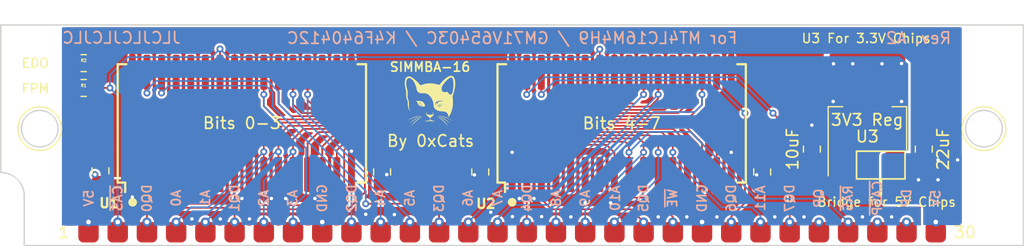
<source format=kicad_pcb>
(kicad_pcb (version 20211014) (generator pcbnew)
  (title_block (title "SIMMBA-16 (16MB EDO/FPM RAM)") (date "2022-04-19") (rev "1A") (company "0xCats"))
  (layers (0 "F.Cu" signal "Front") (31 "B.Cu" signal "Back") (34 "B.Paste" user) (35 "F.Paste" user) (36 "B.SilkS" user "B.Silkscreen") (37 "F.SilkS" user "F.Silkscreen") (38 "B.Mask" user) (39 "F.Mask" user) (44 "Edge.Cuts" user))
  (net 0 "")
  (net 1 "+5V")
  (net 2 "/DQ4")
  (net 3 "/DQ5")
  (net 8 "/~{CAS}")
  (net 10 "/~{RAS}")
  (net 14 "/DQ6")
  (net 15 "/DQ7")
  (net 16 "/DQ0")
  (net 17 "/DQ1")
  (net 26 "/DQ2")
  (net 27 "/DQ3")
  (net 28 "GND")
  (net 32 "VDD")
  (net 33 "/~{WE}")
  (net 34 "/~{OE}")
  (net 35 "/2A5")
  (net 36 "/2A4")
  (net 37 "/2A3")
  (net 38 "/2A6")
  (net 39 "/2A8")
  (net 40 "/2A9")
  (net 41 "/2A11")
  (net 42 "/2A10")
  (net 43 "/2A7")
  (net 44 "/2A0")
  (net 45 "/2A1")
  (net 46 "/2A2")
  (footprint "dram:SOJ-32_400mil" (layer "F.Cu") (at 81.079064 65.4278 90)
    (fp_text reference "U1")
    (fp_text value "MT4LC16M4H9")
  )
  (footprint "Resistor_SMD:R_0805_2012Metric_Pad1.20x1.40mm_HandSolder" (layer "F.Cu") (at 67.328264 60.186)
    (fp_text reference "R2")
    (fp_text value "EDO")
  )
  (footprint "edge connectors:SIMM_30_A2" (layer "F.Cu") (at 103.3056 74.267)
    (fp_text reference "J1" hide)
    (fp_text value "SIMM-30")
    (fp_line (start -41.148 -2.54) (end -41.148 1.778) (layer "Edge.Cuts") (width 0.12))
    (fp_line (start -43.18 -4.572) (end -43.18 -17.399) (layer "Edge.Cuts") (width 0.12))
    (fp_line (start -43.18 -17.399) (end 45.72 -17.399) (layer "Edge.Cuts") (width 0.12))
    (fp_line (start 45.72 1.778) (end 45.72 -17.399) (layer "Edge.Cuts") (width 0.12))
    (fp_line (start -41.148 1.778) (end 45.72 1.778) (layer "Edge.Cuts") (width 0.12))
    (fp_arc (start -43.18 -4.572) (mid -41.743159 -3.976841) (end -41.148 -2.54) (layer "Edge.Cuts") (width 0.12))
    (fp_circle (center 42.291 -8.382) (end 43.881 -8.382) (layer "Edge.Cuts") (width 0.12) (fill none))
    (fp_circle (center -39.8 -8.382) (end -38.21 -8.382) (layer "Edge.Cuts") (width 0.12) (fill none))
  )
  (footprint "Capacitor_SMD:C_0805_2012Metric_Pad1.18x1.45mm_HandSolder" (layer "F.Cu") (at 126.316464 69.6442 90)
    (fp_text reference "C4" hide)
    (fp_text value "220nF" hide)
  )
  (footprint "Capacitor_SMD:C_0805_2012Metric_Pad1.18x1.45mm_HandSolder" (layer "F.Cu") (at 68.785464 69.5487 90)
    (fp_text reference "C1" hide)
    (fp_text value "220nF" hide)
  )
  (footprint "graphics:cat face" (layer "F.Cu") (at 97.430892 63.773383)
    (fp_text reference "G***" hide)
    (fp_text value "LOGO" hide)
  )
  (footprint "Capacitor_SMD:C_0805_2012Metric_Pad1.18x1.45mm_HandSolder" (layer "F.Cu") (at 101.805064 69.6516 90)
    (fp_text reference "C3" hide)
    (fp_text value "220nF" hide)
  )
  (footprint "Resistor_SMD:R_0805_2012Metric_Pad1.20x1.40mm_HandSolder" (layer "F.Cu") (at 67.328264 62.345 180)
    (fp_text reference "R1")
    (fp_text value "FPM")
  )
  (footprint "Capacitor_SMD:C_0805_2012Metric_Pad1.18x1.45mm_HandSolder" (layer "F.Cu") (at 93.271064 69.6477 90)
    (fp_text reference "C2" hide)
    (fp_text value "220nF" hide)
  )
  (footprint "dram:SOJ-32_400mil" (layer "F.Cu") (at 114.099064 65.4278 90)
    (fp_text reference "U2")
    (fp_text value "MT4LC16M4H9")
  )
  (footprint "Capacitor_SMD:C_0805_2012Metric_Pad1.18x1.45mm_HandSolder" (layer "F.Cu") (at 140.362664 67.663 90)
    (fp_text reference "C5" hide)
    (fp_text value "22uF")
  )
  (footprint "Capacitor_SMD:C_0805_2012Metric_Pad1.18x1.45mm_HandSolder" (layer "F.Cu") (at 130.634464 67.663 -90)
    (fp_text reference "C6" hide)
    (fp_text value "10uF")
  )
  (footprint "Package_TO_SOT_SMD:SOT-223-3_TabPin2" (layer "F.Cu") (at 135.460464 65.885 90)
    (fp_text reference "U3")
    (fp_text value "AMS1117-3.3")
  )
  (gr_line (start 136.625064 70.358) (end 136.625064 71.628) (layer "F.SilkS") (width 0.254))
  (gr_circle (center 104.574064 72.2858) (end 104.874064 72.2858) (layer "F.SilkS") (width 0.1524) (fill solid))
  (gr_circle (center 71.579464 72.2858) (end 71.879464 72.2858) (layer "F.SilkS") (width 0.1524) (fill solid))
  (gr_rect (start 134.516864 67.8434) (end 138.733264 70.2564) (layer "F.SilkS") (width 0.15) (fill none))
  (gr_text "~{RAS}" (at 133.780264 71.9328 90) (layer "B.SilkS") (effects (font (size 0.8 0.8)) (justify mirror)))
  (gr_text "~{WE}" (at 118.514864 71.9328 90) (layer "B.SilkS") (effects (font (size 0.8 0.8)) (justify mirror)))
  (gr_text "JLCJLCJLCJLC" (at 70.614264 57.9856) (layer "B.SilkS") (effects (font (size 1 1)) (justify mirror)))
  (gr_text "DQ4" (at 105.865664 71.932799 90) (layer "B.SilkS") (effects (font (size 0.8 0.8)) (justify mirror)))
  (gr_text "DQ2" (at 90.625664 71.932799 90) (layer "B.SilkS") (effects (font (size 0.8 0.8)) (justify mirror)))
  (gr_text "For MT4LC16M4H9 / GM71V65403C / K4F640412C" (at 104.5756 58.011) (layer "B.SilkS") (effects (font (size 1 1)) (justify mirror)))
  (gr_text "A0" (at 75.360264 71.9328 90) (layer "B.SilkS") (effects (font (size 0.8 0.8)) (justify mirror)))
  (gr_text "DQ0" (at 72.820264 71.932799 90) (layer "B.SilkS") (effects (font (size 0.8 0.8)) (justify mirror)))
  (gr_text "DQ3" (at 98.220264 71.932799 90) (layer "B.SilkS") (effects (font (size 0.8 0.8)) (justify mirror)))
  (gr_text "GND" (at 88.060264 71.9328 90) (layer "B.SilkS") (effects (font (size 0.8 0.8)) (justify mirror)))
  (gr_text "5V" (at 141.400264 71.9328 90) (layer "B.SilkS") (effects (font (size 0.8 0.8)) (justify mirror)))
  (gr_text "A7" (at 103.325664 71.9328 90) (layer "B.SilkS") (effects (font (size 0.8 0.8)) (justify mirror)))
  (gr_text "A2" (at 82.980264 71.9328 90) (layer "B.SilkS") (effects (font (size 0.8 0.8)) (justify mirror)))
  (gr_text "DQ6" (at 123.620264 71.932799 90) (layer "B.SilkS") (effects (font (size 0.8 0.8)) (justify mirror)))
  (gr_text "DQ5" (at 116.000264 71.932799 90) (layer "B.SilkS") (effects (font (size 0.8 0.8)) (justify mirror)))
  (gr_text "A1" (at 77.900264 71.9328 90) (layer "B.SilkS") (effects (font (size 0.8 0.8)) (justify mirror)))
  (gr_text "A11" (at 126.160264 71.932799 90) (layer "B.SilkS") (effects (font (size 0.8 0.8)) (justify mirror)))
  (gr_text "5V" (at 67.765664 71.9328 90) (layer "B.SilkS") (effects (font (size 0.8 0.8)) (justify mirror)))
  (gr_text "DP" (at 138.860264 71.932799 90) (layer "B.SilkS") (effects (font (size 0.8 0.8)) (justify mirror)))
  (gr_text "QP" (at 131.240264 71.9328 90) (layer "B.SilkS") (effects (font (size 0.8 0.8)) (justify mirror)))
  (gr_text "Rev. A2" (at 139.905464 58.011) (layer "B.SilkS") (effects (font (size 1 1)) (justify mirror)))
  (gr_text "~{CAS}" (at 70.280264 71.9328 90) (layer "B.SilkS") (effects (font (size 0.8 0.8)) (justify mirror)))
  (gr_text "DQ7" (at 128.700264 71.932799 90) (layer "B.SilkS") (effects (font (size 0.8 0.8)) (justify mirror)))
  (gr_text "GND" (at 121.080264 71.9328 90) (layer "B.SilkS") (effects (font (size 0.8 0.8)) (justify mirror)))
  (gr_text "A10" (at 113.536464 71.932799 90) (layer "B.SilkS") (effects (font (size 0.8 0.8)) (justify mirror)))
  (gr_text "A4" (at 93.140264 71.9328 90) (layer "B.SilkS") (effects (font (size 0.8 0.8)) (justify mirror)))
  (gr_text "A5" (at 95.680264 71.9328 90) (layer "B.SilkS") (effects (font (size 0.8 0.8)) (justify mirror)))
  (gr_text "A8" (at 108.405664 71.9328 90) (layer "B.SilkS") (effects (font (size 0.8 0.8)) (justify mirror)))
  (gr_text "DQ1" (at 80.440264 71.932799 90) (layer "B.SilkS") (effects (font (size 0.8 0.8)) (justify mirror)))
  (gr_text "A9" (at 110.920264 71.9328 90) (layer "B.SilkS") (effects (font (size 0.8 0.8)) (justify mirror)))
  (gr_text "~{CASP}" (at 136.320264 71.9328 90) (layer "B.SilkS") (effects (font (size 0.8 0.8)) (justify mirror)))
  (gr_text "A6" (at 100.734864 71.9328 90) (layer "B.SilkS") (effects (font (size 0.8 0.8)) (justify mirror)))
  (gr_text "A3" (at 85.494864 71.9328 90) (layer "B.SilkS") (effects (font (size 0.8 0.8)) (justify mirror)))
  (gr_text "EDO" (at 63.121264 60.1954) (layer "F.SilkS") (effects (font (size 0.8 0.8) (thickness 0.125))))
  (gr_text "3V3 Reg" (at 135.435064 65.123) (layer "F.SilkS") (effects (font (size 1 1))))
  (gr_text "SIMMBA-16" (at 97.436664 60.5256) (layer "F.SilkS") (effects (font (size 0.8 0.8))))
  (gr_text "Bridge for 5V Chips\n" (at 137.133064 72.263) (layer "F.SilkS") (effects (font (size 0.8 0.8) (thickness 0.125))))
  (gr_text "FPM" (at 63.121264 62.4052) (layer "F.SilkS") (effects (font (size 0.8 0.8) (thickness 0.125))))
  (gr_text "Bits 0-3" (at 81.079064 65.4024) (layer "F.SilkS") (effects (font (size 1 1))))
  (gr_text "Bits 4-7" (at 114.099064 65.4278) (layer "F.SilkS") (effects (font (size 1 1))))
  (gr_text "By 0xCats" (at 97.487464 66.9518) (layer "F.SilkS") (effects (font (size 1 1))))
  (gr_text "U3 For 3.3V Chips" (at 135.355064 58.039) (layer "F.SilkS") (effects (font (size 0.8 0.8) (thickness 0.125))))
  (segment (start 140.362664 68.7005) (end 138.094964 68.7005) (width 0.6) (layer "F.Cu") (net 1))
  (via (at 139.901664 70.3326) (size 0.6) (drill 0.3) (layers "F.Cu" "B.Cu") (net 1))
  (via (at 143.305264 68.6054) (size 0.6) (drill 0.3) (layers "F.Cu" "B.Cu") (net 1))
  (via (at 141.603464 70.3326) (size 0.6) (drill 0.3) (layers "F.Cu" "B.Cu") (net 1))
  (via (at 141.603464 68.6054) (size 0.6) (drill 0.3) (layers "F.Cu" "B.Cu") (net 1))
  (segment (start 105.844064 69.8728) (end 105.844064 74.265464) (width 0.15) (layer "F.Cu") (net 2))
  (segment (start 107.114064 72.0064) (end 108.003064 72.8954) (width 0.15) (layer "F.Cu") (net 3))
  (segment (start 107.114064 69.8728) (end 107.114064 72.0064) (width 0.15) (layer "F.Cu") (net 3))
  (segment (start 108.003064 72.8954) (end 114.8994 72.8954) (width 0.15) (layer "F.Cu") (net 3))
  (segment (start 114.8994 72.8954) (end 116.0056 74.0016) (width 0.15) (layer "F.Cu") (net 3))
  (segment (start 79.174064 60.932) (end 79.174064 58.9508) (width 0.15) (layer "F.Cu") (net 8))
  (segment (start 112.194064 60.9828) (end 112.194064 58.9762) (width 0.15) (layer "F.Cu") (net 8))
  (segment (start 68.328264 62.345) (end 69.607664 62.345) (width 0.15) (layer "F.Cu") (net 8))
  (via (at 79.174064 58.9508) (size 0.6) (drill 0.3) (layers "F.Cu" "B.Cu") (net 8))
  (via (at 112.194064 58.9762) (size 0.6) (drill 0.3) (layers "F.Cu" "B.Cu") (net 8))
  (via (at 69.607664 62.345) (size 0.6) (drill 0.3) (layers "F.Cu" "B.Cu") (net 8))
  (segment (start 79.885264 59.662) (end 111.508264 59.662) (width 0.15) (layer "B.Cu") (net 8))
  (segment (start 70.2856 63.022936) (end 70.2856 74.0016) (width 0.15) (layer "B.Cu") (net 8))
  (segment (start 78.462864 59.662) (end 71.147664 59.662) (width 0.15) (layer "B.Cu") (net 8))
  (segment (start 69.607664 62.345) (end 69.607664 61.202) (width 0.15) (layer "B.Cu") (net 8))
  (segment (start 111.508264 59.662) (end 112.194064 58.9762) (width 0.15) (layer "B.Cu") (net 8))
  (segment (start 69.607664 62.345) (end 70.2856 63.022936) (width 0.15) (layer "B.Cu") (net 8))
  (segment (start 79.174064 58.9508) (end 78.462864 59.662) (width 0.15) (layer "B.Cu") (net 8))
  (segment (start 69.607664 61.202) (end 71.147664 59.662) (width 0.15) (layer "B.Cu") (net 8))
  (segment (start 79.174064 58.9508) (end 79.885264 59.662) (width 0.15) (layer "B.Cu") (net 8))
  (segment (start 89.969064 67.7392) (end 90.693895 67.014369) (width 0.15) (layer "F.Cu") (net 10))
  (segment (start 82.84862 72.533311) (end 89.569153 72.533311) (width 0.15) (layer "F.Cu") (net 10))
  (segment (start 114.734064 67.348369) (end 114.734064 67.9424) (width 0.15) (layer "F.Cu") (net 10))
  (segment (start 81.714064 69.8474) (end 81.714064 71.398755) (width 0.15) (layer "F.Cu") (net 10))
  (segment (start 90.693895 67.014369) (end 114.400064 67.014369) (width 0.15) (layer "F.Cu") (net 10))
  (segment (start 81.714064 71.398755) (end 82.84862 72.533311) (width 0.15) (layer "F.Cu") (net 10))
  (segment (start 114.400064 67.014369) (end 114.734064 67.348369) (width 0.15) (layer "F.Cu") (net 10))
  (segment (start 89.969064 72.1334) (end 89.969064 67.7392) (width 0.15) (layer "F.Cu") (net 10))
  (segment (start 114.734064 69.8728) (end 114.734064 67.9424) (width 0.15) (layer "F.Cu") (net 10))
  (segment (start 89.569153 72.533311) (end 89.969064 72.1334) (width 0.15) (layer "F.Cu") (net 10))
  (via (at 114.734064 67.9424) (size 0.6) (drill 0.3) (layers "F.Cu" "B.Cu") (net 10))
  (segment (start 133.7856 74.0016) (end 131.765 71.981) (width 0.15) (layer "B.Cu") (net 10))
  (segment (start 120.068064 66.1644) (end 116.512064 66.1644) (width 0.15) (layer "B.Cu") (net 10))
  (segment (start 116.512064 66.1644) (end 114.734064 67.9424) (width 0.15) (layer "B.Cu") (net 10))
  (segment (start 131.765 71.981) (end 125.884664 71.981) (width 0.15) (layer "B.Cu") (net 10))
  (segment (start 125.884664 71.981) (end 120.068064 66.1644) (width 0.15) (layer "B.Cu") (net 10))
  (segment (start 107.114064 60.9828) (end 107.114064 62.9132) (width 0.15) (layer "F.Cu") (net 14))
  (segment (start 123.6256 73.528864) (end 124.817864 72.3366) (width 0.15) (layer "F.Cu") (net 14))
  (segment (start 124.817864 72.3366) (end 124.817864 64.5388) (width 0.15) (layer "F.Cu") (net 14))
  (segment (start 123.6256 74.267) (end 123.6256 73.528864) (width 0.15) (layer "F.Cu") (net 14))
  (via (at 107.114064 62.9132) (size 0.6) (drill 0.3) (layers "F.Cu" "B.Cu") (net 14))
  (via (at 124.817864 64.5388) (size 0.6) (drill 0.3) (layers "F.Cu" "B.Cu") (net 14))
  (segment (start 108.053864 61.9734) (end 108.336144 61.69112) (width 0.15) (layer "B.Cu") (net 14))
  (segment (start 108.003064 62.0242) (end 108.053864 61.9734) (width 0.15) (layer "B.Cu") (net 14))
  (segment (start 107.114064 62.9132) (end 108.003064 62.0242) (width 0.15) (layer "B.Cu") (net 14))
  (segment (start 108.336144 61.69112) (end 121.970184 61.69112) (width 0.15) (layer "B.Cu") (net 14))
  (segment (start 121.970184 61.69112) (end 124.817864 64.5388) (width 0.15) (layer "B.Cu") (net 14))
  (segment (start 128.7056 65.988136) (end 128.7056 74.267) (width 0.15) (layer "F.Cu") (net 15))
  (segment (start 105.844064 60.9828) (end 105.844064 62.9132) (width 0.15) (layer "F.Cu") (net 15))
  (segment (start 127.256264 64.5388) (end 128.7056 65.988136) (width 0.15) (layer "F.Cu") (net 15))
  (via (at 105.844064 62.9132) (size 0.6) (drill 0.3) (layers "F.Cu" "B.Cu") (net 15))
  (via (at 127.256264 64.5388) (size 0.6) (drill 0.3) (layers "F.Cu" "B.Cu") (net 15))
  (segment (start 124.132064 61.4146) (end 127.256264 64.5388) (width 0.15) (layer "B.Cu") (net 15))
  (segment (start 105.844064 62.9132) (end 107.342664 61.4146) (width 0.15) (layer "B.Cu") (net 15))
  (segment (start 107.342664 61.4146) (end 124.132064 61.4146) (width 0.15) (layer "B.Cu") (net 15))
  (segment (start 72.824064 69.822) (end 72.824064 74.265464) (width 0.15) (layer "F.Cu") (net 16))
  (segment (start 80.4456 73.081136) (end 80.4456 74.267) (width 0.15) (layer "F.Cu") (net 17))
  (segment (start 74.094064 72.7684) (end 80.132864 72.7684) (width 0.15) (layer "F.Cu") (net 17))
  (segment (start 80.132864 72.7684) (end 80.4456 73.081136) (width 0.15) (layer "F.Cu") (net 17))
  (segment (start 74.094064 69.822) (end 74.094064 72.7684) (width 0.15) (layer "F.Cu") (net 17))
  (segment (start 74.094064 60.932) (end 74.094064 62.7862) (width 0.15) (layer "F.Cu") (net 26))
  (via (at 74.094064 62.7862) (size 0.6) (drill 0.3) (layers "F.Cu" "B.Cu") (net 26))
  (segment (start 83.767664 63.9826) (end 90.6056 70.820536) (width 0.15) (layer "B.Cu") (net 26))
  (segment (start 90.6056 70.820536) (end 90.6056 74.0016) (width 0.15) (layer "B.Cu") (net 26))
  (segment (start 74.094064 62.7862) (end 74.726464 62.1538) (width 0.15) (layer "B.Cu") (net 26))
  (segment (start 83.767664 62.738) (end 83.767664 63.9826) (width 0.15) (layer "B.Cu") (net 26))
  (segment (start 74.726464 62.1538) (end 83.183464 62.1538) (width 0.15) (layer "B.Cu") (net 26))
  (segment (start 83.183464 62.1538) (end 83.767664 62.738) (width 0.15) (layer "B.Cu") (net 26))
  (segment (start 97.182664 72.4128) (end 98.2256 73.455736) (width 0.15) (layer "F.Cu") (net 27))
  (segment (start 98.2256 73.455736) (end 98.2256 74.267) (width 0.15) (layer "F.Cu") (net 27))
  (segment (start 72.824064 60.932) (end 72.824064 62.7862) (width 0.15) (layer "F.Cu") (net 27))
  (segment (start 91.848664 72.4128) (end 97.182664 72.4128) (width 0.15) (layer "F.Cu") (net 27))
  (via (at 91.848664 72.4128) (size 0.6) (drill 0.3) (layers "F.Cu" "B.Cu") (net 27))
  (via (at 72.824064 62.7862) (size 0.6) (drill 0.3) (layers "F.Cu" "B.Cu") (net 27))
  (segment (start 84.301064 63.754) (end 84.301064 62.7062) (width 0.15) (layer "B.Cu") (net 27))
  (segment (start 72.824064 62.5068) (end 72.824064 62.7862) (width 0.15) (layer "B.Cu") (net 27))
  (segment (start 91.848664 72.4128) (end 91.848664 71.3016) (width 0.15) (layer "B.Cu") (net 27))
  (segment (start 91.848664 71.3016) (end 84.301064 63.754) (width 0.15) (layer "B.Cu") (net 27))
  (segment (start 73.586064 61.7448) (end 72.824064 62.5068) (width 0.15) (layer "B.Cu") (net 27))
  (segment (start 84.301064 62.7062) (end 83.339664 61.7448) (width 0.15) (layer "B.Cu") (net 27))
  (segment (start 83.339664 61.7448) (end 73.586064 61.7448) (width 0.15) (layer "B.Cu") (net 27))
  (via (at 122.379464 73.5558) (size 0.6) (drill 0.3) (layers "F.Cu" "B.Cu") (net 28))
  (via (at 129.948664 73.5558) (size 0.6) (drill 0.3) (layers "F.Cu" "B.Cu") (net 28))
  (via (at 107.139464 73.5304) (size 0.6) (drill 0.3) (layers "F.Cu" "B.Cu") (net 28))
  (via (at 117.274064 73.5558) (size 0.6) (drill 0.3) (layers "F.Cu" "B.Cu") (net 28))
  (via (at 109.679464 73.5558) (size 0.6) (drill 0.3) (layers "F.Cu" "B.Cu") (net 28))
  (via (at 135.028664 73.5558) (size 0.6) (drill 0.3) (layers "F.Cu" "B.Cu") (net 28))
  (via (at 106.475264 71.9582) (size 0.6) (drill 0.3) (layers "F.Cu" "B.Cu") (net 28))
  (via (at 119.763264 73.5558) (size 0.6) (drill 0.3) (layers "F.Cu" "B.Cu") (net 28))
  (via (at 102.716064 73.152) (size 0.6) (drill 0.3) (layers "F.Cu" "B.Cu") (net 28))
  (via (at 79.199464 73.7336) (size 0.6) (drill 0.3) (layers "F.Cu" "B.Cu") (net 28))
  (via (at 87.429064 71.9556) (size 0.6) (drill 0.3) (layers "F.Cu" "B.Cu") (net 28))
  (via (at 83.644464 71.9556) (size 0.6) (drill 0.3) (layers "F.Cu" "B.Cu") (net 28))
  (via (at 127.408664 73.5558) (size 0.6) (drill 0.3) (layers "F.Cu" "B.Cu") (net 28))
  (via (at 76.735664 73.7336) (size 0.6) (drill 0.3) (layers "F.Cu" "B.Cu") (net 28))
  (via (at 94.337864 73.3526) (size 0.6) (drill 0.3) (layers "F.Cu" "B.Cu") (net 28))
  (via (at 110.924064 72.3366) (size 0.6) (drill 0.3) (layers "F.Cu" "B.Cu") (net 28))
  (via (at 81.739464 73.7336) (size 0.6) (drill 0.3) (layers "F.Cu" "B.Cu") (net 28))
  (via (at 113.133864 72.3366) (size 0.6) (drill 0.3) (layers "F.Cu" "B.Cu") (net 28))
  (via (at 137.568664 73.5558) (size 0.6) (drill 0.3) (layers "F.Cu" "B.Cu") (net 28))
  (via (at 104.599464 73.5304) (size 0.6) (drill 0.3) (layers "F.Cu" "B.Cu") (net 28))
  (via (at 84.889064 71.9556) (size 0.6) (drill 0.3) (layers "F.Cu" "B.Cu") (net 28))
  (via (at 105.205264 71.9582) (size 0.6) (drill 0.3) (layers "F.Cu" "B.Cu") (net 28))
  (via (at 91.848664 73.3298) (size 0.6) (drill 0.3) (layers "F.Cu" "B.Cu") (net 28))
  (via (at 81.079064 71.9556) (size 0.6) (drill 0.3) (layers "F.Cu" "B.Cu") (net 28))
  (segment (start 68.302464 70.1772) (end 68.302464 69.8767) (width 0.2) (layer "F.Cu") (net 32))
  (segment (start 90.600264 69.8754) (end 90.600264 67.945) (width 0.6) (layer "F.Cu") (net 32))
  (segment (start 70.840664 70.5862) (end 71.554064 69.8728) (width 0.6) (layer "F.Cu") (net 32))
  (segment (start 101.780064 70.6856) (end 101.297064 70.2026) (width 0.2) (layer "F.Cu") (net 32))
  (segment (start 130.634464 65.5802) (end 130.634464 66.6255) (width 0.6) (layer "F.Cu") (net 32))
  (segment (start 68.785464 70.5862) (end 70.840664 70.5862) (width 0.6) (layer "F.Cu") (net 32))
  (segment (start 123.624064 69.8728) (end 123.624064 67.9424) (width 0.6) (layer "F.Cu") (net 32))
  (segment (start 104.574064 69.8728) (end 104.574064 67.9424) (width 0.6) (layer "F.Cu") (net 32))
  (segment (start 101.297064 70.2026) (end 101.297064 69.9021) (width 0.2) (layer "F.Cu") (net 32))
  (segment (start 71.554064 69.8474) (end 71.554064 71.7524) (width 0.6) (layer "F.Cu") (net 32))
  (segment (start 125.833464 70.1987) (end 125.833464 69.8982) (width 0.2) (layer "F.Cu") (net 32))
  (segment (start 93.673664 69.8754) (end 93.673664 70.2826) (width 0.15) (layer "F.Cu") (net 32))
  (via (at 134.190464 60.2462) (size 0.6) (drill 0.3) (layers "F.Cu" "B.Cu") (net 32))
  (via (at 93.673664 69.8754) (size 0.6) (drill 0.3) (layers "F.Cu" "B.Cu") (net 32))
  (via (at 104.574064 67.9424) (size 0.6) (drill 0.3) (layers "F.Cu" "B.Cu") (net 32))
  (via (at 132.488664 63.5228) (size 0.6) (drill 0.3) (layers "F.Cu" "B.Cu") (net 32))
  (via (at 136.730464 60.2462) (size 0.6) (drill 0.3) (layers "F.Cu" "B.Cu") (net 32))
  (via (at 71.554064 71.8286) (size 0.6) (drill 0.3) (layers "F.Cu" "B.Cu") (net 32))
  (via (at 130.634464 65.5802) (size 0.6) (drill 0.3) (layers "F.Cu" "B.Cu") (net 32))
  (via (at 68.302464 69.8767) (size 0.6) (drill 0.3) (layers "F.Cu" "B.Cu") (net 32))
  (via (at 132.514064 60.2462) (size 0.6) (drill 0.3) (layers "F.Cu" "B.Cu") (net 32))
  (via (at 138.432264 63.5228) (size 0.6) (drill 0.3) (layers "F.Cu" "B.Cu") (net 32))
  (via (at 125.833464 69.8982) (size 0.6) (drill 0.3) (layers "F.Cu" "B.Cu") (net 32))
  (via (at 101.297064 69.9021) (size 0.6) (drill 0.3) (layers "F.Cu" "B.Cu") (net 32))
  (via (at 138.432264 60.2208) (size 0.6) (drill 0.3) (layers "F.Cu" "B.Cu") (net 32))
  (via (at 123.624064 67.9424) (size 0.6) (drill 0.3) (layers "F.Cu" "B.Cu") (net 32))
  (via (at 90.604064 67.8408) (size 0.6) (drill 0.3) (layers "F.Cu" "B.Cu") (net 32))
  (segment (start 91.772464 71.4222) (end 90.299264 72.8954) (width 0.15) (layer "F.Cu") (net 33))
  (segment (start 80.444064 72.3112) (end 80.444064 69.8474) (width 0.15) (layer "F.Cu") (net 33))
  (segment (start 112.787153 67.290889) (end 92.068375 67.290889) (width 0.15) (layer "F.Cu") (net 33))
  (segment (start 118.544064 73.5558) (end 116.867664 71.8794) (width 0.15) (layer "F.Cu") (net 33))
  (segment (start 118.544064 74.116555) (end 118.544064 73.5558) (width 0.15) (layer "F.Cu") (net 33))
  (segment (start 113.464064 67.9678) (end 112.787153 67.290889) (width 0.15) (layer "F.Cu") (net 33))
  (segment (start 113.718064 71.8794) (end 113.464064 71.6254) (width 0.15) (layer "F.Cu") (net 33))
  (segment (start 113.464064 69.8728) (end 113.464064 67.9678) (width 0.15) (layer "F.Cu") (net 33))
  (segment (start 113.464064 71.6254) (end 113.464064 69.8728) (width 0.15) (layer "F.Cu") (net 33))
  (segment (start 90.299264 72.8954) (end 81.028264 72.8954) (width 0.15) (layer "F.Cu") (net 33))
  (segment (start 92.068375 67.290889) (end 91.772464 67.5868) (width 0.15) (layer "F.Cu") (net 33))
  (segment (start 81.028264 72.8954) (end 80.444064 72.3112) (width 0.15) (layer "F.Cu") (net 33))
  (segment (start 116.867664 71.8794) (end 113.718064 71.8794) (width 0.15) (layer "F.Cu") (net 33))
  (segment (start 91.772464 67.5868) (end 91.772464 71.4222) (width 0.15) (layer "F.Cu") (net 33))
  (segment (start 113.464064 58.3412) (end 113.032264 57.9094) (width 0.15) (layer "F.Cu") (net 34))
  (segment (start 80.444064 58.2904) (end 80.063064 57.9094) (width 0.15) (layer "F.Cu") (net 34))
  (segment (start 80.063064 57.9094) (end 67.376264 57.9094) (width 0.15) (layer "F.Cu") (net 34))
  (segment (start 113.464064 60.9828) (end 113.464064 58.3412) (width 0.15) (layer "F.Cu") (net 34))
  (segment (start 66.328264 58.9574) (end 66.328264 60.186) (width 0.15) (layer "F.Cu") (net 34))
  (segment (start 80.444064 60.932) (end 80.444064 58.2904) (width 0.15) (layer "F.Cu") (net 34))
  (segment (start 66.328264 60.186) (end 66.328264 62.345) (width 0.6) (layer "F.Cu") (net 34))
  (segment (start 80.825064 57.9094) (end 80.444064 58.2904) (width 0.15) (layer "F.Cu") (net 34))
  (segment (start 113.032264 57.9094) (end 80.825064 57.9094) (width 0.15) (layer "F.Cu") (net 34))
  (segment (start 67.376264 57.9094) (end 66.328264 58.9574) (width 0.15) (layer "F.Cu") (net 34))
  (segment (start 82.984064 67.8916) (end 82.984064 66.52) (width 0.15) (layer "F.Cu") (net 35))
  (segment (start 122.354064 67.1042) (end 122.354064 69.8728) (width 0.15) (layer "F.Cu") (net 35))
  (segment (start 82.984064 66.52) (end 84.148815 65.355249) (width 0.15) (layer "F.Cu") (net 35))
  (segment (start 82.984064 69.822) (end 82.984064 67.8916) (width 0.15) (layer "F.Cu") (net 35))
  (segment (start 120.605113 65.355249) (end 122.354064 67.1042) (width 0.15) (layer "F.Cu") (net 35))
  (segment (start 84.148815 65.355249) (end 120.605113 65.355249) (width 0.15) (layer "F.Cu") (net 35))
  (via (at 82.984064 67.8916) (size 0.6) (drill 0.3) (layers "F.Cu" "B.Cu") (net 35))
  (segment (start 76.6496 72.7176) (end 75.3656 74.0016) (width 0.15) (layer "B.Cu") (net 35))
  (segment (start 78.158064 72.7176) (end 76.6496 72.7176) (width 0.15) (layer "B.Cu") (net 35))
  (segment (start 82.984064 67.8916) (end 78.158064 72.7176) (width 0.15) (layer "B.Cu") (net 35))
  (segment (start 85.11885 65.631769) (end 119.586233 65.631769) (width 0.15) (layer "F.Cu") (net 36))
  (segment (start 84.254064 69.822) (end 84.254064 67.8916) (width 0.15) (layer "F.Cu") (net 36))
  (segment (start 84.254064 66.496555) (end 85.11885 65.631769) (width 0.15) (layer "F.Cu") (net 36))
  (segment (start 84.254064 67.8916) (end 84.254064 66.496555) (width 0.15) (layer "F.Cu") (net 36))
  (segment (start 121.084064 67.1296) (end 121.084064 69.8728) (width 0.15) (layer "F.Cu") (net 36))
  (segment (start 119.586233 65.631769) (end 121.084064 67.1296) (width 0.15) (layer "F.Cu") (net 36))
  (via (at 84.254064 67.8916) (size 0.6) (drill 0.3) (layers "F.Cu" "B.Cu") (net 36))
  (segment (start 84.254064 67.8916) (end 84.0156 67.8916) (width 0.15) (layer "B.Cu") (net 36))
  (segment (start 84.0156 67.8916) (end 77.9056 74.0016) (width 0.15) (layer "B.Cu") (net 36))
  (segment (start 119.814064 67.1296) (end 119.814064 69.8728) (width 0.15) (layer "F.Cu") (net 37))
  (segment (start 85.524064 66.801355) (end 86.41713 65.908289) (width 0.15) (layer "F.Cu") (net 37))
  (segment (start 118.592753 65.908289) (end 119.814064 67.1296) (width 0.15) (layer "F.Cu") (net 37))
  (segment (start 85.524064 69.822) (end 85.524064 67.8916) (width 0.15) (layer "F.Cu") (net 37))
  (segment (start 86.41713 65.908289) (end 118.592753 65.908289) (width 0.15) (layer "F.Cu") (net 37))
  (segment (start 85.524064 67.8916) (end 85.524064 66.801355) (width 0.15) (layer "F.Cu") (net 37))
  (via (at 85.524064 67.8916) (size 0.6) (drill 0.3) (layers "F.Cu" "B.Cu") (net 37))
  (segment (start 85.524064 67.8916) (end 82.9856 70.430064) (width 0.15) (layer "B.Cu") (net 37))
  (segment (start 82.9856 70.430064) (end 82.9856 74.0016) (width 0.15) (layer "B.Cu") (net 37))
  (segment (start 84.135548 65.078729) (end 121.38038 65.078729) (width 0.15) (layer "F.Cu") (net 38))
  (segment (start 122.354064 64.105045) (end 122.354064 60.9828) (width 0.15) (layer "F.Cu") (net 38))
  (segment (start 82.984064 62.8624) (end 82.984064 63.927245) (width 0.15) (layer "F.Cu") (net 38))
  (segment (start 82.984064 63.927245) (end 84.135548 65.078729) (width 0.15) (layer "F.Cu") (net 38))
  (segment (start 82.984064 60.932) (end 82.984064 62.8624) (width 0.15) (layer "F.Cu") (net 38))
  (segment (start 121.38038 65.078729) (end 122.354064 64.105045) (width 0.15) (layer "F.Cu") (net 38))
  (via (at 82.984064 62.9132) (size 0.6) (drill 0.3) (layers "F.Cu" "B.Cu") (net 38))
  (segment (start 86.663264 71.5518) (end 86.663264 67.5818) (width 0.15) (layer "B.Cu") (net 38))
  (segment (start 82.984064 63.9026) (end 82.984064 62.8624) (width 0.15) (layer "B.Cu") (net 38))
  (segment (start 85.5256 74.0016) (end 85.5256 72.689464) (width 0.15) (layer "B.Cu") (net 38))
  (segment (start 85.5256 72.689464) (end 86.663264 71.5518) (width 0.15) (layer "B.Cu") (net 38))
  (segment (start 86.663264 67.5818) (end 82.984064 63.9026) (width 0.15) (layer "B.Cu") (net 38))
  (segment (start 119.01242 64.525689) (end 119.814064 63.724045) (width 0.15) (layer "F.Cu") (net 39))
  (segment (start 119.814064 60.9828) (end 119.814064 63.724045) (width 0.15) (layer "F.Cu") (net 39))
  (segment (start 85.524064 62.8624) (end 85.524064 63.7768) (width 0.15) (layer "F.Cu") (net 39))
  (segment (start 86.272953 64.525689) (end 119.01242 64.525689) (width 0.15) (layer "F.Cu") (net 39))
  (segment (start 85.524064 60.932) (end 85.524064 62.8624) (width 0.15) (layer "F.Cu") (net 39))
  (segment (start 85.524064 63.7768) (end 86.272953 64.525689) (width 0.15) (layer "F.Cu") (net 39))
  (via (at 85.524064 62.9132) (size 0.6) (drill 0.3) (layers "F.Cu" "B.Cu") (net 39))
  (segment (start 85.524064 64.088) (end 93.1456 71.709536) (width 0.15) (layer "B.Cu") (net 39))
  (segment (start 93.1456 71.709536) (end 93.1456 74.267) (width 0.15) (layer "B.Cu") (net 39))
  (segment (start 85.524064 62.8624) (end 85.524064 64.088) (width 0.15) (layer "B.Cu") (net 39))
  (segment (start 86.794064 60.932) (end 86.794064 62.8624) (width 0.15) (layer "F.Cu") (net 40))
  (segment (start 86.794064 63.393845) (end 86.794064 62.8624) (width 0.15) (layer "F.Cu") (net 40))
  (segment (start 118.544064 60.9828) (end 118.544064 63.5482) (width 0.15) (layer "F.Cu") (net 40))
  (segment (start 118.544064 63.5482) (end 117.843095 64.249169) (width 0.15) (layer "F.Cu") (net 40))
  (segment (start 87.649388 64.249169) (end 86.794064 63.393845) (width 0.15) (layer "F.Cu") (net 40))
  (segment (start 117.843095 64.249169) (end 87.649388 64.249169) (width 0.15) (layer "F.Cu") (net 40))
  (via (at 86.794064 62.9132) (size 0.6) (drill 0.3) (layers "F.Cu" "B.Cu") (net 40))
  (segment (start 95.6856 73.631581) (end 86.794064 64.740045) (width 0.15) (layer "B.Cu") (net 40))
  (segment (start 95.6856 74.0016) (end 95.6856 73.631581) (width 0.15) (layer "B.Cu") (net 40))
  (segment (start 86.794064 62.8624) (end 86.794064 64.740045) (width 0.15) (layer "B.Cu") (net 40))
  (segment (start 116.004064 60.9828) (end 116.004064 62.9132) (width 0.15) (layer "F.Cu") (net 41))
  (segment (start 90.294793 63.696129) (end 89.334064 62.7354) (width 0.15) (layer "F.Cu") (net 41))
  (segment (start 89.334064 62.7354) (end 89.334064 60.932) (width 0.15) (layer "F.Cu") (net 41))
  (segment (start 116.004064 62.9132) (end 115.221135 63.696129) (width 0.15) (layer "F.Cu") (net 41))
  (segment (start 115.221135 63.696129) (end 90.294793 63.696129) (width 0.15) (layer "F.Cu") (net 41))
  (via (at 116.004064 62.9132) (size 0.6) (drill 0.3) (layers "F.Cu" "B.Cu") (net 41))
  (segment (start 103.8758 70.8914) (end 100.7656 74.0016) (width 0.15) (layer "B.Cu") (net 41))
  (segment (start 108.025864 70.8914) (end 103.8758 70.8914) (width 0.15) (layer "B.Cu") (net 41))
  (segment (start 116.004064 62.9132) (end 108.025864 70.8914) (width 0.15) (layer "B.Cu") (net 41))
  (segment (start 88.064064 63.2942) (end 88.742513 63.972649) (width 0.15) (layer "F.Cu") (net 42))
  (segment (start 117.274064 63.2688) (end 117.274064 62.9132) (width 0.15) (layer "F.Cu") (net 42))
  (segment (start 117.274064 62.9132) (end 117.274064 60.9828) (width 0.15) (layer "F.Cu") (net 42))
  (segment (start 116.570215 63.972649) (end 117.274064 63.2688) (width 0.15) (layer "F.Cu") (net 42))
  (segment (start 88.742513 63.972649) (end 116.570215 63.972649) (width 0.15) (layer "F.Cu") (net 42))
  (segment (start 88.064064 60.932) (end 88.064064 63.2942) (width 0.15) (layer "F.Cu") (net 42))
  (via (at 117.274064 62.9132) (size 0.6) (drill 0.3) (layers "F.Cu" "B.Cu") (net 42))
  (segment (start 104.494064 72.517) (end 103.3056 73.705464) (width 0.15) (layer "B.Cu") (net 42))
  (segment (start 107.670264 72.517) (end 104.494064 72.517) (width 0.15) (layer "B.Cu") (net 42))
  (segment (start 107.670264 72.517) (end 117.274064 62.9132) (width 0.15) (layer "B.Cu") (net 42))
  (segment (start 120.084055 64.802209) (end 85.357628 64.802209) (width 0.15) (layer "F.Cu") (net 43))
  (segment (start 84.254064 63.698645) (end 84.254064 60.932) (width 0.15) (layer "F.Cu") (net 43))
  (segment (start 121.084064 62.9132) (end 121.084064 60.9828) (width 0.15) (layer "F.Cu") (net 43))
  (segment (start 121.084064 63.8022) (end 120.084055 64.802209) (width 0.15) (layer "F.Cu") (net 43))
  (segment (start 85.357628 64.802209) (end 84.254064 63.698645) (width 0.15) (layer "F.Cu") (net 43))
  (segment (start 121.084064 62.9132) (end 121.084064 63.8022) (width 0.15) (layer "F.Cu") (net 43))
  (via (at 121.084064 62.9132) (size 0.6) (drill 0.3) (layers "F.Cu" "B.Cu") (net 43))
  (segment (start 108.384064 72.9208) (end 108.384064 73.580083) (width 0.15) (layer "B.Cu") (net 43))
  (segment (start 121.084064 63.8022) (end 120.449064 64.4372) (width 0.15) (layer "B.Cu") (net 43))
  (segment (start 108.3856 73.581619) (end 108.3856 74.267) (width 0.15) (layer "B.Cu") (net 43))
  (segment (start 108.384064 73.580083) (end 108.3856 73.581619) (width 0.15) (layer "B.Cu") (net 43))
  (segment (start 121.084064 62.9132) (end 121.084064 63.8022) (width 0.15) (layer "B.Cu") (net 43))
  (segment (start 120.449064 64.4372) (end 116.867664 64.4372) (width 0.15) (layer "B.Cu") (net 43))
  (segment (start 116.867664 64.4372) (end 108.384064 72.9208) (width 0.15) (layer "B.Cu") (net 43))
  (segment (start 89.334064 67.7646) (end 89.334064 69.8474) (width 0.15) (layer "F.Cu") (net 44))
  (segment (start 116.004064 69.8728) (end 116.004064 67.9424) (width 0.15) (layer "F.Cu") (net 44))
  (segment (start 90.360815 66.737849) (end 89.334064 67.7646) (width 0.15) (layer "F.Cu") (net 44))
  (segment (start 115.612313 66.737849) (end 90.360815 66.737849) (width 0.15) (layer "F.Cu") (net 44))
  (segment (start 116.004064 67.1296) (end 115.612313 66.737849) (width 0.15) (layer "F.Cu") (net 44))
  (segment (start 116.004064 67.9424) (end 116.004064 67.1296) (width 0.15) (layer "F.Cu") (net 44))
  (via (at 116.004064 67.9424) (size 0.6) (drill 0.3) (layers "F.Cu" "B.Cu") (net 44))
  (segment (start 110.9256 73.044309) (end 116.004064 67.965845) (width 0.15) (layer "B.Cu") (net 44))
  (segment (start 116.004064 67.965845) (end 116.004064 67.9424) (width 0.15) (layer "B.Cu") (net 44))
  (segment (start 110.9256 74.267) (end 110.9256 73.044309) (width 0.15) (layer "B.Cu") (net 44))
  (segment (start 88.064064 69.8474) (end 88.064064 67.436355) (width 0.15) (layer "F.Cu") (net 45))
  (segment (start 117.274064 67.2058) (end 117.274064 67.9424) (width 0.15) (layer "F.Cu") (net 45))
  (segment (start 89.03909 66.461329) (end 116.529593 66.461329) (width 0.15) (layer "F.Cu") (net 45))
  (segment (start 88.064064 67.436355) (end 89.03909 66.461329) (width 0.15) (layer "F.Cu") (net 45))
  (segment (start 117.274064 69.8728) (end 117.274064 67.9424) (width 0.15) (layer "F.Cu") (net 45))
  (segment (start 116.529593 66.461329) (end 117.274064 67.2058) (width 0.15) (layer "F.Cu") (net 45))
  (via (at 117.274064 67.9424) (size 0.6) (drill 0.3) (layers "F.Cu" "B.Cu") (net 45))
  (segment (start 117.274064 70.193136) (end 117.274064 69.8716) (width 0.15) (layer "B.Cu") (net 45))
  (segment (start 117.274064 67.9424) (end 117.274064 69.8716) (width 0.15) (layer "B.Cu") (net 45))
  (segment (start 113.4656 74.0016) (end 117.274064 70.193136) (width 0.15) (layer "B.Cu") (net 45))
  (segment (start 118.544064 67.155) (end 118.544064 67.9424) (width 0.15) (layer "F.Cu") (net 46))
  (segment (start 87.74081 66.184809) (end 117.573873 66.184809) (width 0.15) (layer "F.Cu") (net 46))
  (segment (start 117.573873 66.184809) (end 118.544064 67.155) (width 0.15) (layer "F.Cu") (net 46))
  (segment (start 86.794064 69.8474) (end 86.794064 67.131555) (width 0.15) (layer "F.Cu") (net 46))
  (segment (start 118.544064 69.8728) (end 118.544064 67.9424) (width 0.15) (layer "F.Cu") (net 46))
  (segment (start 86.794064 67.131555) (end 87.74081 66.184809) (width 0.15) (layer "F.Cu") (net 46))
  (via (at 118.544064 67.9424) (size 0.6) (drill 0.3) (layers "F.Cu" "B.Cu") (net 46))
  (segment (start 126.1656 74.267) (end 126.1656 73.455736) (width 0.15) (layer "B.Cu") (net 46))
  (segment (start 125.427464 72.7176) (end 122.811264 72.7176) (width 0.15) (layer "B.Cu") (net 46))
  (segment (start 126.1656 73.455736) (end 125.427464 72.7176) (width 0.15) (layer "B.Cu") (net 46))
  (segment (start 118.544064 68.4504) (end 118.544064 67.9424) (width 0.15) (layer "B.Cu") (net 46))
  (segment (start 122.811264 72.7176) (end 118.544064 68.4504) (width 0.15) (layer "B.Cu") (net 46))
  (zone (net 0) (net_name "") (layer "F.Cu") (name "GND") (connect_pads (clearance 0)) (min_thickness 0.15)
    (keepout (tracks allowed) (vias allowed) (pads allowed) (copperpour not_allowed) (footprints allowed))
    (fill (thermal_gap 0.15) (thermal_bridge_width 0.3))
    (polygon (pts (xy 69.649064 69.0346) (xy 69.649064 70.0506) (xy 67.947264 70.0506) (xy 67.947264 69.0346)))
  )
  (zone (net 0) (net_name "") (layer "F.Cu") (name "GND") (connect_pads (clearance 0)) (min_thickness 0.15)
    (keepout (tracks allowed) (vias allowed) (pads allowed) (copperpour not_allowed) (footprints allowed))
    (fill (thermal_gap 0.15) (thermal_bridge_width 0.3))
    (polygon (pts (xy 67.845664 61.0336) (xy 66.829664 61.0336) (xy 66.829664 59.3318) (xy 67.845664 59.3318)))
  )
  (zone (net 1) (net_name "+5V") (layer "F.Cu") (name "+5V") (priority 2) (connect_pads yes (clearance 0.3)) (min_thickness 0.2) (fill yes (thermal_gap 0.15) (thermal_bridge_width 0.3) (smoothing fillet) (radius 0.254))
    (polygon (pts (xy 143.664664 74.267) (xy 136.933664 74.267) (xy 136.933664 67.917) (xy 143.664664 67.917)))
  )
  (zone (net 32) (net_name "VDD") (layer "F.Cu") (name "GND") (priority 1) (connect_pads yes (clearance 0.5)) (min_thickness 0.5) (fill yes (thermal_gap 0.15) (thermal_bridge_width 0.5) (smoothing fillet) (radius 0.254))
    (polygon (pts (xy 138.762464 70.1776) (xy 132.158464 70.1776) (xy 132.158464 59.3064) (xy 138.762464 59.3064)))
  )
  (zone (net 28) (net_name "GND") (layer "F.Cu") (name "GND") (connect_pads (clearance 0.2)) (min_thickness 0.15) (fill yes (thermal_gap 0.15) (thermal_bridge_width 0.5))
    (polygon (pts (xy 143.6408 75.664) (xy 65.739 75.664) (xy 65.739 56.8934) (xy 143.6408 56.8934)))
  )
  (zone (net 0) (net_name "") (layers F&B.Cu) (name "GND") (connect_pads yes (clearance 0)) (min_thickness 0.254)
    (keepout (tracks allowed) (vias allowed) (pads allowed) (copperpour not_allowed) (footprints allowed))
    (fill (thermal_gap 0.508) (thermal_bridge_width 0.508))
    (polygon (pts (xy 143.76636 76.044975) (xy 64.594464 76.045025) (xy 64.594415 74.318009) (xy 143.766311 74.292559)))
  )
  (zone (net 0) (net_name "") (layer "F.Cu") (name "GND") (connect_pads (clearance 0)) (min_thickness 0.15)
    (keepout (tracks allowed) (vias allowed) (pads allowed) (copperpour not_allowed) (footprints allowed))
    (fill (thermal_gap 0.15) (thermal_bridge_width 0.3))
    (polygon (pts (xy 69.090264 60.678) (xy 69.090264 61.8718) (xy 66.753464 61.8718) (xy 66.753464 60.678)))
  )
  (zone (net 28) (net_name "GND") (layers F&B.Cu) (name "GND") (priority 3) (connect_pads yes (clearance 0.2)) (min_thickness 0.15) (fill yes (thermal_gap 0.15) (thermal_bridge_width 0.3) (smoothing fillet) (radius 0.254))
    (polygon (pts (xy 140.108664 74.775) (xy 131.752064 74.775) (xy 131.752064 72.6668) (xy 140.108664 72.6668)))
  )
  (zone (net 0) (net_name "") (layer "F.Cu") (name "GND") (connect_pads (clearance 0)) (min_thickness 0.15)
    (keepout (tracks allowed) (vias allowed) (pads allowed) (copperpour not_allowed) (footprints allowed))
    (fill (thermal_gap 0.15) (thermal_bridge_width 0.3))
    (polygon (pts (xy 127.154664 69.1108) (xy 127.154664 70.1268) (xy 125.452864 70.1268) (xy 125.452864 69.1108)))
  )
  (zone (net 0) (net_name "") (layer "F.Cu") (name "GND") (connect_pads (clearance 0)) (min_thickness 0.15)
    (keepout (tracks allowed) (vias allowed) (pads allowed) (copperpour not_allowed) (footprints allowed))
    (fill (thermal_gap 0.15) (thermal_bridge_width 0.3))
    (polygon (pts (xy 132.032864 67.155) (xy 132.332463 68.174337) (xy 129.721463 68.171737) (xy 129.721464 67.155)))
  )
  (zone (net 0) (net_name "") (layer "F.Cu") (name "GND") (connect_pads (clearance 0)) (min_thickness 0.15)
    (keepout (tracks allowed) (vias allowed) (pads allowed) (copperpour not_allowed) (footprints allowed))
    (fill (thermal_gap 0.15) (thermal_bridge_width 0.3))
    (polygon (pts (xy 141.251664 67.155) (xy 141.251664 68.171) (xy 139.549864 68.171) (xy 139.549864 67.155)))
  )
  (zone (net 0) (net_name "") (layer "F.Cu") (name "GND") (connect_pads (clearance 0)) (min_thickness 0.15)
    (keepout (tracks allowed) (vias allowed) (pads allowed) (copperpour not_allowed) (footprints allowed))
    (fill (thermal_gap 0.15) (thermal_bridge_width 0.3))
    (polygon (pts (xy 67.845664 63.1926) (xy 66.829664 63.1926) (xy 66.829664 61.4908) (xy 67.845664 61.4908)))
  )
  (zone (net 0) (net_name "") (layer "F.Cu") (name "GND") (connect_pads (clearance 0)) (min_thickness 0.15)
    (keepout (tracks allowed) (vias allowed) (pads allowed) (copperpour not_allowed) (footprints allowed))
    (fill (thermal_gap 0.15) (thermal_bridge_width 0.3))
    (polygon (pts (xy 102.643664 69.1362) (xy 102.643664 70.1522) (xy 100.941864 70.1522) (xy 100.941864 69.1362)))
  )
  (zone (net 0) (net_name "") (layer "F.Cu") (name "clear") (connect_pads yes (clearance 0)) (min_thickness 0.5)
    (keepout (tracks allowed) (vias allowed) (pads allowed) (copperpour not_allowed) (footprints allowed))
    (fill (thermal_gap 0.15) (thermal_bridge_width 0.5))
    (polygon (pts (xy 143.686264 68.1736) (xy 138.758664 68.1736) (xy 138.758664 66.7766) (xy 143.686264 66.7766)))
  )
  (zone (net 0) (net_name "") (layer "F.Cu") (name "GND") (connect_pads (clearance 0)) (min_thickness 0.15)
    (keepout (tracks allowed) (vias allowed) (pads allowed) (copperpour not_allowed) (footprints allowed))
    (fill (thermal_gap 0.15) (thermal_bridge_width 0.3))
    (polygon (pts (xy 94.109264 69.1362) (xy 94.109264 70.1522) (xy 92.407464 70.1522) (xy 92.407464 69.1362)))
  )
  (zone (net 28) (net_name "GND") (layer "B.Cu") (name "GND") (priority 3) (connect_pads (clearance 0.2)) (min_thickness 0.15) (fill yes (thermal_gap 0.15) (thermal_bridge_width 0.3))
    (polygon (pts (xy 95.709464 73.4796) (xy 95.709464 74.267) (xy 93.169464 74.267) (xy 93.144064 71.346) (xy 93.575864 71.346)))
  )
  (zone (net 28) (net_name "GND") (layer "B.Cu") (name "GND") (priority 3) (connect_pads (clearance 0.2)) (min_thickness 0.15) (fill yes (thermal_gap 0.15) (thermal_bridge_width 0.3))
    (polygon (pts (xy 93.016051 70.837922) (xy 93.019851 74.264322) (xy 75.364064 74.267) (xy 76.913464 72.7176) (xy 78.158064 72.7176) (xy 82.730064 68.1456) (xy 90.295464 68.1456)))
  )
  (zone (net 32) (net_name "VDD") (layer "B.Cu") (name "GND") (connect_pads (clearance 0.2)) (min_thickness 0.15) (fill yes (thermal_gap 0.15) (thermal_bridge_width 0.3))
    (polygon (pts (xy 143.639264 75.664) (xy 65.737464 75.664) (xy 65.737464 56.8934) (xy 143.639264 56.8934)))
  )
  (zone (net 28) (net_name "GND") (layer "B.Cu") (name "GND") (priority 3) (connect_pads (clearance 0.2)) (min_thickness 0.15) (fill yes (thermal_gap 0.15) (thermal_bridge_width 0.3))
    (polygon (pts (xy 125.910064 71.9302) (xy 131.523464 71.9302) (xy 133.911064 74.3178) (xy 100.684064 74.3204) (xy 104.113064 70.8914) (xy 108.050064 70.8914) (xy 112.850664 66.0654) (xy 119.505464 66.0908) (xy 120.673864 66.6496)))
  )
  (zone (net 1) (net_name "+5V") (layer "B.Cu") (name "+5V") (priority 2) (connect_pads yes (clearance 0.2)) (min_thickness 0.15) (fill yes (thermal_gap 0.15) (thermal_bridge_width 0.5) (smoothing fillet) (radius 0.254))
    (polygon (pts (xy 143.664664 56.995) (xy 143.664664 74.267) (xy 136.679664 74.267) (xy 136.679664 68.0186) (xy 139.219664 68.0186) (xy 139.219664 60.1446) (xy 138.330664 59.3826) (xy 104.711864 59.3839) (xy 72.007464 59.3852) (xy 71.067664 59.7408) (xy 69.924664 60.579) (xy 70.004664 76.045) (xy 65.432664 76.045) (xy 65.432664 56.868)))
  )
)
</source>
